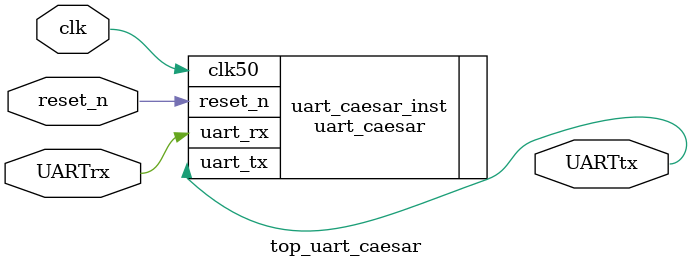
<source format=sv>
`define v1_2 "-name IO_STANDARD \"1.2-V\""
`define v2_5 "-name IO_STANDARD \"2.5-V\""

`define pin_clk      "H12"
`define pin_reset    "P11"
`define pin_uart_rx  "M9"
`define pin_uart_tx  "L9"

module top_uart_caesar(
    (* chip_pin = `pin_clk *)      input  clk,
    (* altera_attribute = `v1_2, chip_pin = `pin_reset *)   input  reset_n, // активный низкий (кнопка на 1.2V)
    (* altera_attribute = `v2_5, chip_pin = `pin_uart_rx *) input  UARTrx,
    (* altera_attribute = `v2_5, chip_pin = `pin_uart_tx *) output UARTtx
);

    // Подключаем uart_caesar (reset_n — active low)
    uart_caesar uart_caesar_inst (
        .clk50(clk),
        .reset_n(reset_n),
        .uart_rx(UARTrx),
        .uart_tx(UARTtx)
    );

endmodule
</source>
